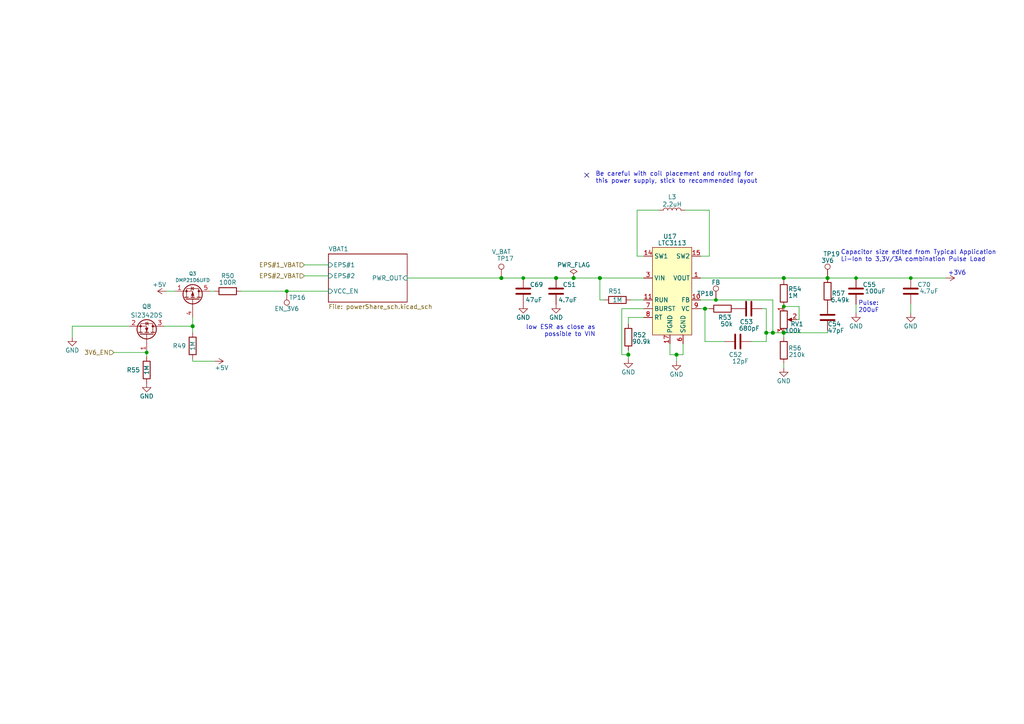
<source format=kicad_sch>
(kicad_sch (version 20211123) (generator eeschema)

  (uuid 93bc236d-3455-443f-8726-2037a6755e8b)

  (paper "A4")

  (lib_symbols
    (symbol "Connector:TestPoint" (pin_numbers hide) (pin_names (offset 0.762) hide) (in_bom yes) (on_board yes)
      (property "Reference" "TP" (id 0) (at 0 6.858 0)
        (effects (font (size 1.27 1.27)))
      )
      (property "Value" "TestPoint" (id 1) (at 0 5.08 0)
        (effects (font (size 1.27 1.27)))
      )
      (property "Footprint" "" (id 2) (at 5.08 0 0)
        (effects (font (size 1.27 1.27)) hide)
      )
      (property "Datasheet" "~" (id 3) (at 5.08 0 0)
        (effects (font (size 1.27 1.27)) hide)
      )
      (property "ki_keywords" "test point tp" (id 4) (at 0 0 0)
        (effects (font (size 1.27 1.27)) hide)
      )
      (property "ki_description" "test point" (id 5) (at 0 0 0)
        (effects (font (size 1.27 1.27)) hide)
      )
      (property "ki_fp_filters" "Pin* Test*" (id 6) (at 0 0 0)
        (effects (font (size 1.27 1.27)) hide)
      )
      (symbol "TestPoint_0_1"
        (circle (center 0 3.302) (radius 0.762)
          (stroke (width 0) (type default) (color 0 0 0 0))
          (fill (type none))
        )
      )
      (symbol "TestPoint_1_1"
        (pin passive line (at 0 0 90) (length 2.54)
          (name "1" (effects (font (size 1.27 1.27))))
          (number "1" (effects (font (size 1.27 1.27))))
        )
      )
    )
    (symbol "Device:C" (pin_numbers hide) (pin_names (offset 0.254)) (in_bom yes) (on_board yes)
      (property "Reference" "C" (id 0) (at 0.635 2.54 0)
        (effects (font (size 1.27 1.27)) (justify left))
      )
      (property "Value" "C" (id 1) (at 0.635 -2.54 0)
        (effects (font (size 1.27 1.27)) (justify left))
      )
      (property "Footprint" "" (id 2) (at 0.9652 -3.81 0)
        (effects (font (size 1.27 1.27)) hide)
      )
      (property "Datasheet" "~" (id 3) (at 0 0 0)
        (effects (font (size 1.27 1.27)) hide)
      )
      (property "ki_keywords" "cap capacitor" (id 4) (at 0 0 0)
        (effects (font (size 1.27 1.27)) hide)
      )
      (property "ki_description" "Unpolarized capacitor" (id 5) (at 0 0 0)
        (effects (font (size 1.27 1.27)) hide)
      )
      (property "ki_fp_filters" "C_*" (id 6) (at 0 0 0)
        (effects (font (size 1.27 1.27)) hide)
      )
      (symbol "C_0_1"
        (polyline
          (pts
            (xy -2.032 -0.762)
            (xy 2.032 -0.762)
          )
          (stroke (width 0.508) (type default) (color 0 0 0 0))
          (fill (type none))
        )
        (polyline
          (pts
            (xy -2.032 0.762)
            (xy 2.032 0.762)
          )
          (stroke (width 0.508) (type default) (color 0 0 0 0))
          (fill (type none))
        )
      )
      (symbol "C_1_1"
        (pin passive line (at 0 3.81 270) (length 2.794)
          (name "~" (effects (font (size 1.27 1.27))))
          (number "1" (effects (font (size 1.27 1.27))))
        )
        (pin passive line (at 0 -3.81 90) (length 2.794)
          (name "~" (effects (font (size 1.27 1.27))))
          (number "2" (effects (font (size 1.27 1.27))))
        )
      )
    )
    (symbol "Device:L" (pin_numbers hide) (pin_names (offset 1.016) hide) (in_bom yes) (on_board yes)
      (property "Reference" "L" (id 0) (at -1.27 0 90)
        (effects (font (size 1.27 1.27)))
      )
      (property "Value" "L" (id 1) (at 1.905 0 90)
        (effects (font (size 1.27 1.27)))
      )
      (property "Footprint" "" (id 2) (at 0 0 0)
        (effects (font (size 1.27 1.27)) hide)
      )
      (property "Datasheet" "~" (id 3) (at 0 0 0)
        (effects (font (size 1.27 1.27)) hide)
      )
      (property "ki_keywords" "inductor choke coil reactor magnetic" (id 4) (at 0 0 0)
        (effects (font (size 1.27 1.27)) hide)
      )
      (property "ki_description" "Inductor" (id 5) (at 0 0 0)
        (effects (font (size 1.27 1.27)) hide)
      )
      (property "ki_fp_filters" "Choke_* *Coil* Inductor_* L_*" (id 6) (at 0 0 0)
        (effects (font (size 1.27 1.27)) hide)
      )
      (symbol "L_0_1"
        (arc (start 0 -2.54) (mid 0.635 -1.905) (end 0 -1.27)
          (stroke (width 0) (type default) (color 0 0 0 0))
          (fill (type none))
        )
        (arc (start 0 -1.27) (mid 0.635 -0.635) (end 0 0)
          (stroke (width 0) (type default) (color 0 0 0 0))
          (fill (type none))
        )
        (arc (start 0 0) (mid 0.635 0.635) (end 0 1.27)
          (stroke (width 0) (type default) (color 0 0 0 0))
          (fill (type none))
        )
        (arc (start 0 1.27) (mid 0.635 1.905) (end 0 2.54)
          (stroke (width 0) (type default) (color 0 0 0 0))
          (fill (type none))
        )
      )
      (symbol "L_1_1"
        (pin passive line (at 0 3.81 270) (length 1.27)
          (name "1" (effects (font (size 1.27 1.27))))
          (number "1" (effects (font (size 1.27 1.27))))
        )
        (pin passive line (at 0 -3.81 90) (length 1.27)
          (name "2" (effects (font (size 1.27 1.27))))
          (number "2" (effects (font (size 1.27 1.27))))
        )
      )
    )
    (symbol "Device:Q_NMOS_GSD" (pin_names (offset 0) hide) (in_bom yes) (on_board yes)
      (property "Reference" "Q" (id 0) (at 5.08 1.27 0)
        (effects (font (size 1.27 1.27)) (justify left))
      )
      (property "Value" "Q_NMOS_GSD" (id 1) (at 5.08 -1.27 0)
        (effects (font (size 1.27 1.27)) (justify left))
      )
      (property "Footprint" "" (id 2) (at 5.08 2.54 0)
        (effects (font (size 1.27 1.27)) hide)
      )
      (property "Datasheet" "~" (id 3) (at 0 0 0)
        (effects (font (size 1.27 1.27)) hide)
      )
      (property "ki_keywords" "transistor NMOS N-MOS N-MOSFET" (id 4) (at 0 0 0)
        (effects (font (size 1.27 1.27)) hide)
      )
      (property "ki_description" "N-MOSFET transistor, gate/source/drain" (id 5) (at 0 0 0)
        (effects (font (size 1.27 1.27)) hide)
      )
      (symbol "Q_NMOS_GSD_0_1"
        (polyline
          (pts
            (xy 0.254 0)
            (xy -2.54 0)
          )
          (stroke (width 0) (type default) (color 0 0 0 0))
          (fill (type none))
        )
        (polyline
          (pts
            (xy 0.254 1.905)
            (xy 0.254 -1.905)
          )
          (stroke (width 0.254) (type default) (color 0 0 0 0))
          (fill (type none))
        )
        (polyline
          (pts
            (xy 0.762 -1.27)
            (xy 0.762 -2.286)
          )
          (stroke (width 0.254) (type default) (color 0 0 0 0))
          (fill (type none))
        )
        (polyline
          (pts
            (xy 0.762 0.508)
            (xy 0.762 -0.508)
          )
          (stroke (width 0.254) (type default) (color 0 0 0 0))
          (fill (type none))
        )
        (polyline
          (pts
            (xy 0.762 2.286)
            (xy 0.762 1.27)
          )
          (stroke (width 0.254) (type default) (color 0 0 0 0))
          (fill (type none))
        )
        (polyline
          (pts
            (xy 2.54 2.54)
            (xy 2.54 1.778)
          )
          (stroke (width 0) (type default) (color 0 0 0 0))
          (fill (type none))
        )
        (polyline
          (pts
            (xy 2.54 -2.54)
            (xy 2.54 0)
            (xy 0.762 0)
          )
          (stroke (width 0) (type default) (color 0 0 0 0))
          (fill (type none))
        )
        (polyline
          (pts
            (xy 0.762 -1.778)
            (xy 3.302 -1.778)
            (xy 3.302 1.778)
            (xy 0.762 1.778)
          )
          (stroke (width 0) (type default) (color 0 0 0 0))
          (fill (type none))
        )
        (polyline
          (pts
            (xy 1.016 0)
            (xy 2.032 0.381)
            (xy 2.032 -0.381)
            (xy 1.016 0)
          )
          (stroke (width 0) (type default) (color 0 0 0 0))
          (fill (type outline))
        )
        (polyline
          (pts
            (xy 2.794 0.508)
            (xy 2.921 0.381)
            (xy 3.683 0.381)
            (xy 3.81 0.254)
          )
          (stroke (width 0) (type default) (color 0 0 0 0))
          (fill (type none))
        )
        (polyline
          (pts
            (xy 3.302 0.381)
            (xy 2.921 -0.254)
            (xy 3.683 -0.254)
            (xy 3.302 0.381)
          )
          (stroke (width 0) (type default) (color 0 0 0 0))
          (fill (type none))
        )
        (circle (center 1.651 0) (radius 2.794)
          (stroke (width 0.254) (type default) (color 0 0 0 0))
          (fill (type none))
        )
        (circle (center 2.54 -1.778) (radius 0.254)
          (stroke (width 0) (type default) (color 0 0 0 0))
          (fill (type outline))
        )
        (circle (center 2.54 1.778) (radius 0.254)
          (stroke (width 0) (type default) (color 0 0 0 0))
          (fill (type outline))
        )
      )
      (symbol "Q_NMOS_GSD_1_1"
        (pin input line (at -5.08 0 0) (length 2.54)
          (name "G" (effects (font (size 1.27 1.27))))
          (number "1" (effects (font (size 1.27 1.27))))
        )
        (pin passive line (at 2.54 -5.08 90) (length 2.54)
          (name "S" (effects (font (size 1.27 1.27))))
          (number "2" (effects (font (size 1.27 1.27))))
        )
        (pin passive line (at 2.54 5.08 270) (length 2.54)
          (name "D" (effects (font (size 1.27 1.27))))
          (number "3" (effects (font (size 1.27 1.27))))
        )
      )
    )
    (symbol "Device:R" (pin_numbers hide) (pin_names (offset 0)) (in_bom yes) (on_board yes)
      (property "Reference" "R" (id 0) (at 2.032 0 90)
        (effects (font (size 1.27 1.27)))
      )
      (property "Value" "R" (id 1) (at 0 0 90)
        (effects (font (size 1.27 1.27)))
      )
      (property "Footprint" "" (id 2) (at -1.778 0 90)
        (effects (font (size 1.27 1.27)) hide)
      )
      (property "Datasheet" "~" (id 3) (at 0 0 0)
        (effects (font (size 1.27 1.27)) hide)
      )
      (property "ki_keywords" "R res resistor" (id 4) (at 0 0 0)
        (effects (font (size 1.27 1.27)) hide)
      )
      (property "ki_description" "Resistor" (id 5) (at 0 0 0)
        (effects (font (size 1.27 1.27)) hide)
      )
      (property "ki_fp_filters" "R_*" (id 6) (at 0 0 0)
        (effects (font (size 1.27 1.27)) hide)
      )
      (symbol "R_0_1"
        (rectangle (start -1.016 -2.54) (end 1.016 2.54)
          (stroke (width 0.254) (type default) (color 0 0 0 0))
          (fill (type none))
        )
      )
      (symbol "R_1_1"
        (pin passive line (at 0 3.81 270) (length 1.27)
          (name "~" (effects (font (size 1.27 1.27))))
          (number "1" (effects (font (size 1.27 1.27))))
        )
        (pin passive line (at 0 -3.81 90) (length 1.27)
          (name "~" (effects (font (size 1.27 1.27))))
          (number "2" (effects (font (size 1.27 1.27))))
        )
      )
    )
    (symbol "Device:R_Potentiometer" (pin_names (offset 1.016) hide) (in_bom yes) (on_board yes)
      (property "Reference" "RV" (id 0) (at -4.445 0 90)
        (effects (font (size 1.27 1.27)))
      )
      (property "Value" "R_Potentiometer" (id 1) (at -2.54 0 90)
        (effects (font (size 1.27 1.27)))
      )
      (property "Footprint" "" (id 2) (at 0 0 0)
        (effects (font (size 1.27 1.27)) hide)
      )
      (property "Datasheet" "~" (id 3) (at 0 0 0)
        (effects (font (size 1.27 1.27)) hide)
      )
      (property "ki_keywords" "resistor variable" (id 4) (at 0 0 0)
        (effects (font (size 1.27 1.27)) hide)
      )
      (property "ki_description" "Potentiometer" (id 5) (at 0 0 0)
        (effects (font (size 1.27 1.27)) hide)
      )
      (property "ki_fp_filters" "Potentiometer*" (id 6) (at 0 0 0)
        (effects (font (size 1.27 1.27)) hide)
      )
      (symbol "R_Potentiometer_0_1"
        (polyline
          (pts
            (xy 2.54 0)
            (xy 1.524 0)
          )
          (stroke (width 0) (type default) (color 0 0 0 0))
          (fill (type none))
        )
        (polyline
          (pts
            (xy 1.143 0)
            (xy 2.286 0.508)
            (xy 2.286 -0.508)
            (xy 1.143 0)
          )
          (stroke (width 0) (type default) (color 0 0 0 0))
          (fill (type outline))
        )
        (rectangle (start 1.016 2.54) (end -1.016 -2.54)
          (stroke (width 0.254) (type default) (color 0 0 0 0))
          (fill (type none))
        )
      )
      (symbol "R_Potentiometer_1_1"
        (pin passive line (at 0 3.81 270) (length 1.27)
          (name "1" (effects (font (size 1.27 1.27))))
          (number "1" (effects (font (size 1.27 1.27))))
        )
        (pin passive line (at 3.81 0 180) (length 1.27)
          (name "2" (effects (font (size 1.27 1.27))))
          (number "2" (effects (font (size 1.27 1.27))))
        )
        (pin passive line (at 0 -3.81 90) (length 1.27)
          (name "3" (effects (font (size 1.27 1.27))))
          (number "3" (effects (font (size 1.27 1.27))))
        )
      )
    )
    (symbol "Transistor_FET:SiS443DN" (pin_names hide) (in_bom yes) (on_board yes)
      (property "Reference" "Q" (id 0) (at 5.08 1.905 0)
        (effects (font (size 1.27 1.27)) (justify left))
      )
      (property "Value" "SiS443DN" (id 1) (at 5.08 0 0)
        (effects (font (size 1.27 1.27)) (justify left))
      )
      (property "Footprint" "Package_SO:Vishay_PowerPAK_1212-8_Single" (id 2) (at 5.08 -1.905 0)
        (effects (font (size 1.27 1.27) italic) (justify left) hide)
      )
      (property "Datasheet" "https://www.vishay.com/docs/63253/sis443dn.pdf" (id 3) (at 0 0 90)
        (effects (font (size 1.27 1.27)) (justify left) hide)
      )
      (property "ki_keywords" "P-Channel MOSFET" (id 4) (at 0 0 0)
        (effects (font (size 1.27 1.27)) hide)
      )
      (property "ki_description" "-35A Id, -40V Vds, P-Channel MOSFET, PowerPAK 1212-8 Single" (id 5) (at 0 0 0)
        (effects (font (size 1.27 1.27)) hide)
      )
      (property "ki_fp_filters" "Vishay*PowerPAK*1212*Single*" (id 6) (at 0 0 0)
        (effects (font (size 1.27 1.27)) hide)
      )
      (symbol "SiS443DN_0_1"
        (polyline
          (pts
            (xy 0.254 0)
            (xy -2.54 0)
          )
          (stroke (width 0) (type default) (color 0 0 0 0))
          (fill (type none))
        )
        (polyline
          (pts
            (xy 0.254 1.905)
            (xy 0.254 -1.905)
          )
          (stroke (width 0.254) (type default) (color 0 0 0 0))
          (fill (type none))
        )
        (polyline
          (pts
            (xy 0.762 -1.27)
            (xy 0.762 -2.286)
          )
          (stroke (width 0.254) (type default) (color 0 0 0 0))
          (fill (type none))
        )
        (polyline
          (pts
            (xy 0.762 0.508)
            (xy 0.762 -0.508)
          )
          (stroke (width 0.254) (type default) (color 0 0 0 0))
          (fill (type none))
        )
        (polyline
          (pts
            (xy 0.762 2.286)
            (xy 0.762 1.27)
          )
          (stroke (width 0.254) (type default) (color 0 0 0 0))
          (fill (type none))
        )
        (polyline
          (pts
            (xy 2.54 2.54)
            (xy 2.54 1.778)
          )
          (stroke (width 0) (type default) (color 0 0 0 0))
          (fill (type none))
        )
        (polyline
          (pts
            (xy 2.54 -2.54)
            (xy 2.54 0)
            (xy 0.762 0)
          )
          (stroke (width 0) (type default) (color 0 0 0 0))
          (fill (type none))
        )
        (polyline
          (pts
            (xy 0.762 1.778)
            (xy 3.302 1.778)
            (xy 3.302 -1.778)
            (xy 0.762 -1.778)
          )
          (stroke (width 0) (type default) (color 0 0 0 0))
          (fill (type none))
        )
        (polyline
          (pts
            (xy 2.286 0)
            (xy 1.27 0.381)
            (xy 1.27 -0.381)
            (xy 2.286 0)
          )
          (stroke (width 0) (type default) (color 0 0 0 0))
          (fill (type outline))
        )
        (polyline
          (pts
            (xy 2.794 -0.508)
            (xy 2.921 -0.381)
            (xy 3.683 -0.381)
            (xy 3.81 -0.254)
          )
          (stroke (width 0) (type default) (color 0 0 0 0))
          (fill (type none))
        )
        (polyline
          (pts
            (xy 3.302 -0.381)
            (xy 2.921 0.254)
            (xy 3.683 0.254)
            (xy 3.302 -0.381)
          )
          (stroke (width 0) (type default) (color 0 0 0 0))
          (fill (type none))
        )
        (circle (center 1.651 0) (radius 2.794)
          (stroke (width 0.254) (type default) (color 0 0 0 0))
          (fill (type none))
        )
        (circle (center 2.54 -1.778) (radius 0.254)
          (stroke (width 0) (type default) (color 0 0 0 0))
          (fill (type outline))
        )
        (circle (center 2.54 1.778) (radius 0.254)
          (stroke (width 0) (type default) (color 0 0 0 0))
          (fill (type outline))
        )
      )
      (symbol "SiS443DN_1_1"
        (pin passive line (at 2.54 -5.08 90) (length 2.54)
          (name "S" (effects (font (size 1.27 1.27))))
          (number "1" (effects (font (size 1.27 1.27))))
        )
        (pin passive line (at 2.54 -5.08 90) (length 2.54) hide
          (name "S" (effects (font (size 1.27 1.27))))
          (number "2" (effects (font (size 1.27 1.27))))
        )
        (pin passive line (at 2.54 -5.08 90) (length 2.54) hide
          (name "S" (effects (font (size 1.27 1.27))))
          (number "3" (effects (font (size 1.27 1.27))))
        )
        (pin passive line (at -5.08 0 0) (length 2.54)
          (name "G" (effects (font (size 1.27 1.27))))
          (number "4" (effects (font (size 1.27 1.27))))
        )
        (pin passive line (at 2.54 5.08 270) (length 2.54)
          (name "D" (effects (font (size 1.27 1.27))))
          (number "5" (effects (font (size 1.27 1.27))))
        )
      )
    )
    (symbol "comm:LTC3113" (in_bom yes) (on_board yes)
      (property "Reference" "U" (id 0) (at 0 17.78 0)
        (effects (font (size 1.27 1.27)))
      )
      (property "Value" "LTC3113" (id 1) (at 0 15.24 0)
        (effects (font (size 1.27 1.27)))
      )
      (property "Footprint" "Package_DFN_QFN:DFN-16-1EP_4x5mm_P0.5mm_EP2.44x4.34mm" (id 2) (at 0 13.97 0)
        (effects (font (size 1.27 1.27)) hide)
      )
      (property "Datasheet" "" (id 3) (at 0 13.97 0)
        (effects (font (size 1.27 1.27)) hide)
      )
      (symbol "LTC3113_0_1"
        (rectangle (start -5.08 11.43) (end 6.35 -13.97)
          (stroke (width 0.1524) (type default) (color 0 0 0 0))
          (fill (type background))
        )
      )
      (symbol "LTC3113_1_1"
        (pin power_out line (at 8.89 2.54 180) (length 2.54)
          (name "VOUT" (effects (font (size 1.27 1.27))))
          (number "1" (effects (font (size 1.27 1.27))))
        )
        (pin input line (at 8.89 -3.81 180) (length 2.54)
          (name "FB" (effects (font (size 1.27 1.27))))
          (number "10" (effects (font (size 1.27 1.27))))
        )
        (pin input line (at -7.62 -3.81 0) (length 2.54)
          (name "RUN" (effects (font (size 1.27 1.27))))
          (number "11" (effects (font (size 1.27 1.27))))
        )
        (pin input line (at -7.62 8.89 0) (length 2.54) hide
          (name "SW1" (effects (font (size 1.27 1.27))))
          (number "12" (effects (font (size 1.27 1.27))))
        )
        (pin input line (at -7.62 8.89 0) (length 2.54) hide
          (name "SW1" (effects (font (size 1.27 1.27))))
          (number "13" (effects (font (size 1.27 1.27))))
        )
        (pin input line (at -7.62 8.89 0) (length 2.54)
          (name "SW1" (effects (font (size 1.27 1.27))))
          (number "14" (effects (font (size 1.27 1.27))))
        )
        (pin input line (at 8.89 8.89 180) (length 2.54)
          (name "SW2" (effects (font (size 1.27 1.27))))
          (number "15" (effects (font (size 1.27 1.27))))
        )
        (pin input line (at 8.89 8.89 180) (length 2.54) hide
          (name "SW2" (effects (font (size 1.27 1.27))))
          (number "16" (effects (font (size 1.27 1.27))))
        )
        (pin power_in line (at 0 -16.51 90) (length 2.54)
          (name "PGND" (effects (font (size 1.27 1.27))))
          (number "17" (effects (font (size 1.27 1.27))))
        )
        (pin passive line (at 8.89 2.54 180) (length 2.54) hide
          (name "VOUT" (effects (font (size 1.27 1.27))))
          (number "2" (effects (font (size 1.27 1.27))))
        )
        (pin power_in line (at -7.62 2.54 0) (length 2.54)
          (name "VIN" (effects (font (size 1.27 1.27))))
          (number "3" (effects (font (size 1.27 1.27))))
        )
        (pin power_in line (at -7.62 2.54 0) (length 2.54) hide
          (name "VIN" (effects (font (size 1.27 1.27))))
          (number "4" (effects (font (size 1.27 1.27))))
        )
        (pin power_in line (at -7.62 2.54 0) (length 2.54) hide
          (name "VIN" (effects (font (size 1.27 1.27))))
          (number "5" (effects (font (size 1.27 1.27))))
        )
        (pin power_in line (at 3.81 -16.51 90) (length 2.54)
          (name "SGND" (effects (font (size 1.27 1.27))))
          (number "6" (effects (font (size 1.27 1.27))))
        )
        (pin input line (at -7.62 -6.35 0) (length 2.54)
          (name "BURST" (effects (font (size 1.27 1.27))))
          (number "7" (effects (font (size 1.27 1.27))))
        )
        (pin input line (at -7.62 -8.89 0) (length 2.54)
          (name "RT" (effects (font (size 1.27 1.27))))
          (number "8" (effects (font (size 1.27 1.27))))
        )
        (pin input line (at 8.89 -6.35 180) (length 2.54)
          (name "VC" (effects (font (size 1.27 1.27))))
          (number "9" (effects (font (size 1.27 1.27))))
        )
      )
    )
    (symbol "power:+3V8" (power) (pin_names (offset 0)) (in_bom yes) (on_board yes)
      (property "Reference" "#PWR" (id 0) (at 0 -3.81 0)
        (effects (font (size 1.27 1.27)) hide)
      )
      (property "Value" "+3V8" (id 1) (at 0 3.556 0)
        (effects (font (size 1.27 1.27)))
      )
      (property "Footprint" "" (id 2) (at 0 0 0)
        (effects (font (size 1.27 1.27)) hide)
      )
      (property "Datasheet" "" (id 3) (at 0 0 0)
        (effects (font (size 1.27 1.27)) hide)
      )
      (property "ki_keywords" "power-flag" (id 4) (at 0 0 0)
        (effects (font (size 1.27 1.27)) hide)
      )
      (property "ki_description" "Power symbol creates a global label with name \"+3V8\"" (id 5) (at 0 0 0)
        (effects (font (size 1.27 1.27)) hide)
      )
      (symbol "+3V8_0_1"
        (polyline
          (pts
            (xy -0.762 1.27)
            (xy 0 2.54)
          )
          (stroke (width 0) (type default) (color 0 0 0 0))
          (fill (type none))
        )
        (polyline
          (pts
            (xy 0 0)
            (xy 0 2.54)
          )
          (stroke (width 0) (type default) (color 0 0 0 0))
          (fill (type none))
        )
        (polyline
          (pts
            (xy 0 2.54)
            (xy 0.762 1.27)
          )
          (stroke (width 0) (type default) (color 0 0 0 0))
          (fill (type none))
        )
      )
      (symbol "+3V8_1_1"
        (pin power_in line (at 0 0 90) (length 0) hide
          (name "+3V8" (effects (font (size 1.27 1.27))))
          (number "1" (effects (font (size 1.27 1.27))))
        )
      )
    )
    (symbol "power:+5V" (power) (pin_names (offset 0)) (in_bom yes) (on_board yes)
      (property "Reference" "#PWR" (id 0) (at 0 -3.81 0)
        (effects (font (size 1.27 1.27)) hide)
      )
      (property "Value" "+5V" (id 1) (at 0 3.556 0)
        (effects (font (size 1.27 1.27)))
      )
      (property "Footprint" "" (id 2) (at 0 0 0)
        (effects (font (size 1.27 1.27)) hide)
      )
      (property "Datasheet" "" (id 3) (at 0 0 0)
        (effects (font (size 1.27 1.27)) hide)
      )
      (property "ki_keywords" "power-flag" (id 4) (at 0 0 0)
        (effects (font (size 1.27 1.27)) hide)
      )
      (property "ki_description" "Power symbol creates a global label with name \"+5V\"" (id 5) (at 0 0 0)
        (effects (font (size 1.27 1.27)) hide)
      )
      (symbol "+5V_0_1"
        (polyline
          (pts
            (xy -0.762 1.27)
            (xy 0 2.54)
          )
          (stroke (width 0) (type default) (color 0 0 0 0))
          (fill (type none))
        )
        (polyline
          (pts
            (xy 0 0)
            (xy 0 2.54)
          )
          (stroke (width 0) (type default) (color 0 0 0 0))
          (fill (type none))
        )
        (polyline
          (pts
            (xy 0 2.54)
            (xy 0.762 1.27)
          )
          (stroke (width 0) (type default) (color 0 0 0 0))
          (fill (type none))
        )
      )
      (symbol "+5V_1_1"
        (pin power_in line (at 0 0 90) (length 0) hide
          (name "+5V" (effects (font (size 1.27 1.27))))
          (number "1" (effects (font (size 1.27 1.27))))
        )
      )
    )
    (symbol "power:GND" (power) (pin_names (offset 0)) (in_bom yes) (on_board yes)
      (property "Reference" "#PWR" (id 0) (at 0 -6.35 0)
        (effects (font (size 1.27 1.27)) hide)
      )
      (property "Value" "GND" (id 1) (at 0 -3.81 0)
        (effects (font (size 1.27 1.27)))
      )
      (property "Footprint" "" (id 2) (at 0 0 0)
        (effects (font (size 1.27 1.27)) hide)
      )
      (property "Datasheet" "" (id 3) (at 0 0 0)
        (effects (font (size 1.27 1.27)) hide)
      )
      (property "ki_keywords" "power-flag" (id 4) (at 0 0 0)
        (effects (font (size 1.27 1.27)) hide)
      )
      (property "ki_description" "Power symbol creates a global label with name \"GND\" , ground" (id 5) (at 0 0 0)
        (effects (font (size 1.27 1.27)) hide)
      )
      (symbol "GND_0_1"
        (polyline
          (pts
            (xy 0 0)
            (xy 0 -1.27)
            (xy 1.27 -1.27)
            (xy 0 -2.54)
            (xy -1.27 -1.27)
            (xy 0 -1.27)
          )
          (stroke (width 0) (type default) (color 0 0 0 0))
          (fill (type none))
        )
      )
      (symbol "GND_1_1"
        (pin power_in line (at 0 0 270) (length 0) hide
          (name "GND" (effects (font (size 1.27 1.27))))
          (number "1" (effects (font (size 1.27 1.27))))
        )
      )
    )
    (symbol "power:PWR_FLAG" (power) (pin_numbers hide) (pin_names (offset 0) hide) (in_bom yes) (on_board yes)
      (property "Reference" "#FLG" (id 0) (at 0 1.905 0)
        (effects (font (size 1.27 1.27)) hide)
      )
      (property "Value" "PWR_FLAG" (id 1) (at 0 3.81 0)
        (effects (font (size 1.27 1.27)))
      )
      (property "Footprint" "" (id 2) (at 0 0 0)
        (effects (font (size 1.27 1.27)) hide)
      )
      (property "Datasheet" "~" (id 3) (at 0 0 0)
        (effects (font (size 1.27 1.27)) hide)
      )
      (property "ki_keywords" "power-flag" (id 4) (at 0 0 0)
        (effects (font (size 1.27 1.27)) hide)
      )
      (property "ki_description" "Special symbol for telling ERC where power comes from" (id 5) (at 0 0 0)
        (effects (font (size 1.27 1.27)) hide)
      )
      (symbol "PWR_FLAG_0_0"
        (pin power_out line (at 0 0 90) (length 0)
          (name "pwr" (effects (font (size 1.27 1.27))))
          (number "1" (effects (font (size 1.27 1.27))))
        )
      )
      (symbol "PWR_FLAG_0_1"
        (polyline
          (pts
            (xy 0 0)
            (xy 0 1.27)
            (xy -1.016 1.905)
            (xy 0 2.54)
            (xy 1.016 1.905)
            (xy 0 1.27)
          )
          (stroke (width 0) (type default) (color 0 0 0 0))
          (fill (type none))
        )
      )
    )
  )

  (junction (at 224.155 96.52) (diameter 1.016) (color 0 0 0 0)
    (uuid 10466cba-b45a-4266-a3b7-e58a54c85068)
  )
  (junction (at 166.37 80.645) (diameter 1.016) (color 0 0 0 0)
    (uuid 223b1bf5-aeb0-4409-ae26-7a05947090b1)
  )
  (junction (at 173.99 80.645) (diameter 1.016) (color 0 0 0 0)
    (uuid 2bd8e8f1-1a24-4dbc-9d3e-02ec45243012)
  )
  (junction (at 196.215 102.87) (diameter 1.016) (color 0 0 0 0)
    (uuid 3230db71-e343-4ca7-bfe8-9565703f0c4c)
  )
  (junction (at 204.47 89.535) (diameter 1.016) (color 0 0 0 0)
    (uuid 3eade326-98e9-4f73-9969-c3de1dd20284)
  )
  (junction (at 248.285 80.645) (diameter 0) (color 0 0 0 0)
    (uuid 431ad2b3-efb1-4bca-b248-56233d6f0de9)
  )
  (junction (at 145.415 80.645) (diameter 1.016) (color 0 0 0 0)
    (uuid 47033c75-f09c-4ea5-aeb3-c219d9891cc7)
  )
  (junction (at 161.29 80.645) (diameter 1.016) (color 0 0 0 0)
    (uuid 5d65aa66-ef4c-4c39-9d61-47de6dffabb0)
  )
  (junction (at 240.03 80.645) (diameter 1.016) (color 0 0 0 0)
    (uuid 608b1311-8621-40a7-be19-36f27fed020a)
  )
  (junction (at 42.545 102.235) (diameter 0) (color 0 0 0 0)
    (uuid 78d6d6b1-4b1c-4224-8b6e-b250e7dfd82a)
  )
  (junction (at 182.245 102.87) (diameter 1.016) (color 0 0 0 0)
    (uuid 81fa679c-a92a-4d03-8dba-7b7ddbe3b862)
  )
  (junction (at 83.185 84.455) (diameter 0) (color 0 0 0 0)
    (uuid 963db081-7044-4f92-a766-1f2daf76bf28)
  )
  (junction (at 207.645 86.995) (diameter 0) (color 0 0 0 0)
    (uuid acc30a2b-a69f-472c-9bf1-45108a7cda82)
  )
  (junction (at 264.16 80.645) (diameter 0) (color 0 0 0 0)
    (uuid b7717332-b1c7-4df4-994d-12b5a97ae610)
  )
  (junction (at 151.765 80.645) (diameter 0) (color 0 0 0 0)
    (uuid b8036693-9b75-4c52-aa98-16d89db15333)
  )
  (junction (at 222.25 96.52) (diameter 1.016) (color 0 0 0 0)
    (uuid c424557c-de60-43fc-9d3b-22dc03bfab6a)
  )
  (junction (at 227.33 96.52) (diameter 1.016) (color 0 0 0 0)
    (uuid c9fd8097-4fd2-4bf4-ae2b-c6dd4fdd0ad6)
  )
  (junction (at 55.88 94.615) (diameter 1.016) (color 0 0 0 0)
    (uuid d10ed321-fe4a-4b2e-8c4a-eae42c56c9ad)
  )
  (junction (at 227.33 80.645) (diameter 1.016) (color 0 0 0 0)
    (uuid e85479a1-246b-4094-ab2f-e2441217b8b6)
  )
  (junction (at 227.33 88.9) (diameter 0) (color 0 0 0 0)
    (uuid ee58b9e2-2293-4041-98ac-b810e072ff5d)
  )

  (no_connect (at 170.18 50.8) (uuid 82e5ea2d-acde-40d4-b80d-7e85e848f6e3))

  (wire (pts (xy 196.215 102.87) (xy 198.12 102.87))
    (stroke (width 0) (type solid) (color 0 0 0 0))
    (uuid 049ea278-d5c7-4e32-916b-093e4d58b878)
  )
  (wire (pts (xy 151.765 80.645) (xy 161.29 80.645))
    (stroke (width 0) (type solid) (color 0 0 0 0))
    (uuid 051fd92f-656c-4fa2-bc3b-1cd60b9824cc)
  )
  (wire (pts (xy 95.25 76.835) (xy 88.265 76.835))
    (stroke (width 0) (type solid) (color 0 0 0 0))
    (uuid 0cceca1d-8f92-4069-96bd-f4c6a84bcb3f)
  )
  (wire (pts (xy 264.16 80.645) (xy 274.32 80.645))
    (stroke (width 0) (type solid) (color 0 0 0 0))
    (uuid 10e75c61-e6d6-4463-8646-4e1ad65c1446)
  )
  (wire (pts (xy 227.33 96.52) (xy 227.33 97.79))
    (stroke (width 0) (type solid) (color 0 0 0 0))
    (uuid 17506401-c505-4b8a-8c02-9c0a9283390f)
  )
  (wire (pts (xy 203.2 89.535) (xy 204.47 89.535))
    (stroke (width 0) (type solid) (color 0 0 0 0))
    (uuid 1879e5ff-bbb2-48ee-9149-b6be2b6c0c85)
  )
  (wire (pts (xy 182.245 102.87) (xy 182.245 104.14))
    (stroke (width 0) (type solid) (color 0 0 0 0))
    (uuid 19d12a1e-1a98-4e63-9f10-bf330392bc16)
  )
  (wire (pts (xy 20.955 94.615) (xy 37.465 94.615))
    (stroke (width 0) (type default) (color 0 0 0 0))
    (uuid 1bf87831-89da-475c-a590-049ba4ecb5a8)
  )
  (wire (pts (xy 227.33 96.52) (xy 240.03 96.52))
    (stroke (width 0) (type solid) (color 0 0 0 0))
    (uuid 1f07c9e6-a716-4ecb-9330-f0a8ddd49180)
  )
  (wire (pts (xy 161.29 80.645) (xy 166.37 80.645))
    (stroke (width 0) (type solid) (color 0 0 0 0))
    (uuid 261ceb10-a1c0-41ec-8894-558a20ffb8c1)
  )
  (wire (pts (xy 42.545 102.235) (xy 42.545 103.505))
    (stroke (width 0) (type default) (color 0 0 0 0))
    (uuid 27cb4c6f-713c-48a9-83f4-d8a119765c96)
  )
  (wire (pts (xy 207.645 86.995) (xy 224.155 86.995))
    (stroke (width 0) (type solid) (color 0 0 0 0))
    (uuid 29d4a5ba-e8d6-4e1b-9390-901b6f64301c)
  )
  (wire (pts (xy 186.69 89.535) (xy 180.34 89.535))
    (stroke (width 0) (type solid) (color 0 0 0 0))
    (uuid 321607d5-b090-4bc8-992a-daec1a7f8c2b)
  )
  (wire (pts (xy 88.265 80.01) (xy 95.25 80.01))
    (stroke (width 0) (type solid) (color 0 0 0 0))
    (uuid 360966c0-f32c-4c6f-94af-b320c03fc2d4)
  )
  (wire (pts (xy 198.12 99.695) (xy 198.12 102.87))
    (stroke (width 0) (type solid) (color 0 0 0 0))
    (uuid 3d4f22c4-470e-4541-bfff-737bb016921f)
  )
  (wire (pts (xy 182.88 86.995) (xy 186.69 86.995))
    (stroke (width 0) (type solid) (color 0 0 0 0))
    (uuid 412eb61d-0d49-4d84-9f20-a88eb8f1ddb1)
  )
  (wire (pts (xy 222.25 96.52) (xy 224.155 96.52))
    (stroke (width 0) (type solid) (color 0 0 0 0))
    (uuid 4a39c9a4-e72c-44f7-9917-b0725be10659)
  )
  (wire (pts (xy 210.185 99.06) (xy 204.47 99.06))
    (stroke (width 0) (type solid) (color 0 0 0 0))
    (uuid 5462e273-4610-4de9-bc3b-fa2760ac4fe7)
  )
  (wire (pts (xy 264.16 88.265) (xy 264.16 90.805))
    (stroke (width 0) (type solid) (color 0 0 0 0))
    (uuid 5b86764d-181c-4fbb-9e22-1705efe5ae7b)
  )
  (wire (pts (xy 55.88 104.775) (xy 62.23 104.775))
    (stroke (width 0) (type default) (color 0 0 0 0))
    (uuid 5e5780a7-c9ae-4fdb-a412-bc2b0241c14d)
  )
  (wire (pts (xy 203.2 74.295) (xy 205.74 74.295))
    (stroke (width 0) (type solid) (color 0 0 0 0))
    (uuid 6082495c-64e5-4c52-ba04-b3834667a4e9)
  )
  (wire (pts (xy 50.8 84.455) (xy 48.26 84.455))
    (stroke (width 0) (type solid) (color 0 0 0 0))
    (uuid 60848de1-69c0-4161-83fc-4aeb21d0d129)
  )
  (wire (pts (xy 47.625 94.615) (xy 55.88 94.615))
    (stroke (width 0) (type solid) (color 0 0 0 0))
    (uuid 611ff46a-b112-4aa3-8e27-d53494f808b1)
  )
  (wire (pts (xy 224.155 96.52) (xy 227.33 96.52))
    (stroke (width 0) (type solid) (color 0 0 0 0))
    (uuid 612c567d-8f57-44da-91fa-f51e41f01983)
  )
  (wire (pts (xy 205.74 60.96) (xy 198.755 60.96))
    (stroke (width 0) (type solid) (color 0 0 0 0))
    (uuid 6219dc51-ab9e-4a9f-acd6-d2d06cfdf3d5)
  )
  (wire (pts (xy 204.47 89.535) (xy 205.74 89.535))
    (stroke (width 0) (type solid) (color 0 0 0 0))
    (uuid 63d92c6a-d643-489a-b610-46877a1df092)
  )
  (wire (pts (xy 204.47 89.535) (xy 204.47 99.06))
    (stroke (width 0) (type solid) (color 0 0 0 0))
    (uuid 64851761-36dd-45cf-82a8-11f68125ab59)
  )
  (wire (pts (xy 231.775 92.71) (xy 231.775 88.9))
    (stroke (width 0) (type default) (color 0 0 0 0))
    (uuid 6ac946e7-b92f-4da2-acc4-fd3c339c4891)
  )
  (wire (pts (xy 62.23 84.455) (xy 60.96 84.455))
    (stroke (width 0) (type solid) (color 0 0 0 0))
    (uuid 71fbfe10-f0d9-4ae5-bb3d-801d074db196)
  )
  (wire (pts (xy 55.88 104.14) (xy 55.88 104.775))
    (stroke (width 0) (type default) (color 0 0 0 0))
    (uuid 76c99d89-cde7-425f-acd7-084d6bb080a3)
  )
  (wire (pts (xy 182.245 93.98) (xy 182.245 92.075))
    (stroke (width 0) (type solid) (color 0 0 0 0))
    (uuid 7f50fdac-0d80-4715-8667-dc57a0ec19d4)
  )
  (wire (pts (xy 182.245 101.6) (xy 182.245 102.87))
    (stroke (width 0) (type solid) (color 0 0 0 0))
    (uuid 81831b8a-5454-47d8-a047-e60a79872195)
  )
  (wire (pts (xy 227.33 80.645) (xy 227.33 81.28))
    (stroke (width 0) (type solid) (color 0 0 0 0))
    (uuid 8c60b43a-9084-41a3-8680-dc43d33c20b4)
  )
  (wire (pts (xy 180.34 89.535) (xy 180.34 102.87))
    (stroke (width 0) (type solid) (color 0 0 0 0))
    (uuid 90a60d6e-efdd-4b21-a7bd-6e454a96062a)
  )
  (wire (pts (xy 33.02 102.235) (xy 42.545 102.235))
    (stroke (width 0) (type default) (color 0 0 0 0))
    (uuid 94804785-9b99-41f6-9cd3-b799ac9befb0)
  )
  (wire (pts (xy 205.74 60.96) (xy 205.74 74.295))
    (stroke (width 0) (type solid) (color 0 0 0 0))
    (uuid 95475eda-4b01-4b5b-bb59-e47c2002372f)
  )
  (wire (pts (xy 173.99 80.645) (xy 186.69 80.645))
    (stroke (width 0) (type solid) (color 0 0 0 0))
    (uuid 997b3398-f886-40f4-a451-ee5852abda52)
  )
  (wire (pts (xy 240.03 96.52) (xy 240.03 95.885))
    (stroke (width 0) (type solid) (color 0 0 0 0))
    (uuid 9b74c266-6cc9-49fd-b629-2a76c0e78f43)
  )
  (wire (pts (xy 194.31 102.87) (xy 196.215 102.87))
    (stroke (width 0) (type solid) (color 0 0 0 0))
    (uuid 9b895b0b-60ec-4a22-8dba-3efd8a7857fb)
  )
  (wire (pts (xy 175.26 86.995) (xy 173.99 86.995))
    (stroke (width 0) (type solid) (color 0 0 0 0))
    (uuid 9efc73c0-34c9-4aed-b429-650b825e584b)
  )
  (wire (pts (xy 184.785 60.96) (xy 184.785 74.295))
    (stroke (width 0) (type solid) (color 0 0 0 0))
    (uuid a7c9a12c-2a91-4e13-97b5-b910bc8454b4)
  )
  (wire (pts (xy 231.14 92.71) (xy 231.775 92.71))
    (stroke (width 0) (type default) (color 0 0 0 0))
    (uuid b0c48fa2-a6ca-4250-b8ac-f3144e428545)
  )
  (wire (pts (xy 182.245 92.075) (xy 186.69 92.075))
    (stroke (width 0) (type solid) (color 0 0 0 0))
    (uuid b1e97b70-6241-4b20-bb40-6c175be07d40)
  )
  (wire (pts (xy 118.11 80.645) (xy 145.415 80.645))
    (stroke (width 0) (type solid) (color 0 0 0 0))
    (uuid b2742f2a-3867-4be4-a359-fdc03dada4ad)
  )
  (wire (pts (xy 145.415 80.645) (xy 151.765 80.645))
    (stroke (width 0) (type solid) (color 0 0 0 0))
    (uuid b2742f2a-3867-4be4-a359-fdc03dada4ae)
  )
  (wire (pts (xy 69.85 84.455) (xy 83.185 84.455))
    (stroke (width 0) (type solid) (color 0 0 0 0))
    (uuid b6a3e3d7-bc8f-488e-8493-f1a588592b83)
  )
  (wire (pts (xy 203.2 86.995) (xy 207.645 86.995))
    (stroke (width 0) (type solid) (color 0 0 0 0))
    (uuid b8217ba2-4bd0-498e-b843-14ef4ecceda5)
  )
  (wire (pts (xy 180.34 102.87) (xy 182.245 102.87))
    (stroke (width 0) (type solid) (color 0 0 0 0))
    (uuid ba3c010b-16f2-45af-b2b1-ac489a2ff3ef)
  )
  (wire (pts (xy 227.33 105.41) (xy 227.33 106.68))
    (stroke (width 0) (type solid) (color 0 0 0 0))
    (uuid bd0b79be-639a-4ad6-a2f3-2437234f84fc)
  )
  (wire (pts (xy 55.88 94.615) (xy 55.88 96.52))
    (stroke (width 0) (type solid) (color 0 0 0 0))
    (uuid bf309b41-700b-4cf2-9b8d-0d85c6117e1f)
  )
  (wire (pts (xy 194.31 99.695) (xy 194.31 102.87))
    (stroke (width 0) (type solid) (color 0 0 0 0))
    (uuid c38b5d77-12ea-4dd3-a7ce-532ef972a55d)
  )
  (wire (pts (xy 227.33 88.9) (xy 231.775 88.9))
    (stroke (width 0) (type default) (color 0 0 0 0))
    (uuid c488471f-7dcf-49ec-83fd-f782ebf4dab9)
  )
  (wire (pts (xy 222.25 89.535) (xy 222.25 96.52))
    (stroke (width 0) (type solid) (color 0 0 0 0))
    (uuid c5dc042e-4cdc-45d1-934d-e10a7935a146)
  )
  (wire (pts (xy 224.155 86.995) (xy 224.155 96.52))
    (stroke (width 0) (type solid) (color 0 0 0 0))
    (uuid c74bcb29-c9d9-4b5e-92e3-c2c531c69999)
  )
  (wire (pts (xy 166.37 80.645) (xy 173.99 80.645))
    (stroke (width 0) (type solid) (color 0 0 0 0))
    (uuid c7625d30-f230-426f-93bf-81ce31181ec4)
  )
  (wire (pts (xy 83.185 84.455) (xy 95.25 84.455))
    (stroke (width 0) (type solid) (color 0 0 0 0))
    (uuid c9f2d6de-b63c-40ac-8f21-2db700cb8ad6)
  )
  (wire (pts (xy 186.69 74.295) (xy 184.785 74.295))
    (stroke (width 0) (type solid) (color 0 0 0 0))
    (uuid d288116c-547f-4a32-b3d8-19b7fd73373c)
  )
  (wire (pts (xy 248.285 88.265) (xy 248.285 90.805))
    (stroke (width 0) (type solid) (color 0 0 0 0))
    (uuid d5abcbc9-3649-4db1-a5c3-6acba25ce183)
  )
  (wire (pts (xy 203.2 80.645) (xy 227.33 80.645))
    (stroke (width 0) (type solid) (color 0 0 0 0))
    (uuid d912ce47-8d07-4b9f-8ac9-355eb78207fb)
  )
  (wire (pts (xy 222.25 96.52) (xy 222.25 99.06))
    (stroke (width 0) (type solid) (color 0 0 0 0))
    (uuid de6087b2-e236-4764-bbd3-27ef6c3e7ed9)
  )
  (wire (pts (xy 227.33 80.645) (xy 240.03 80.645))
    (stroke (width 0) (type solid) (color 0 0 0 0))
    (uuid def32d6e-19da-4774-8783-c8db343f821c)
  )
  (wire (pts (xy 240.03 80.645) (xy 248.285 80.645))
    (stroke (width 0) (type solid) (color 0 0 0 0))
    (uuid def32d6e-19da-4774-8783-c8db343f821d)
  )
  (wire (pts (xy 55.88 92.075) (xy 55.88 94.615))
    (stroke (width 0) (type solid) (color 0 0 0 0))
    (uuid dfa996f8-aac8-483b-b844-24939524abbd)
  )
  (wire (pts (xy 20.955 97.79) (xy 20.955 94.615))
    (stroke (width 0) (type default) (color 0 0 0 0))
    (uuid e0d16a65-1891-42c4-99bf-b67fad346acb)
  )
  (wire (pts (xy 196.215 102.87) (xy 196.215 104.775))
    (stroke (width 0) (type solid) (color 0 0 0 0))
    (uuid e35d64a4-6669-471d-af6b-94bb2a366887)
  )
  (wire (pts (xy 184.785 60.96) (xy 191.135 60.96))
    (stroke (width 0) (type solid) (color 0 0 0 0))
    (uuid e68831d5-f82f-4a67-a937-551a87bd7def)
  )
  (wire (pts (xy 220.98 89.535) (xy 222.25 89.535))
    (stroke (width 0) (type solid) (color 0 0 0 0))
    (uuid ea9c0586-bc11-428d-9921-1d143f0b48d6)
  )
  (wire (pts (xy 217.805 99.06) (xy 222.25 99.06))
    (stroke (width 0) (type solid) (color 0 0 0 0))
    (uuid ec1e53e8-9583-4668-ab11-b593c03c49ee)
  )
  (wire (pts (xy 173.99 80.645) (xy 173.99 86.995))
    (stroke (width 0) (type solid) (color 0 0 0 0))
    (uuid fc086cd3-1b59-4e1d-945b-aaa2d55fcf8a)
  )
  (wire (pts (xy 248.285 80.645) (xy 264.16 80.645))
    (stroke (width 0) (type solid) (color 0 0 0 0))
    (uuid fd283807-27a9-4bf4-a964-adb42b513994)
  )

  (text "Be careful with coil placement and routing for\nthis power supply, stick to recommended layout"
    (at 172.72 53.34 0)
    (effects (font (size 1.27 1.27)) (justify left bottom))
    (uuid 187ca0e5-c377-46cd-b99e-4a9ada493a30)
  )
  (text "+3V6" (at 274.955 80.01 0)
    (effects (font (size 1.27 1.27)) (justify left bottom))
    (uuid 1ab99666-2754-4e03-a7fb-1d935cf15685)
  )
  (text "Pulse:\n200uF\n" (at 248.92 90.805 0)
    (effects (font (size 1.27 1.27)) (justify left bottom))
    (uuid 4d6799c2-97c3-4c49-b20f-8bbee530d13d)
  )
  (text "Capacitor size edited from Typical Application\nLi-Ion to 3,3V/3A combination Pulse Load\n\n"
    (at 243.84 78.105 0)
    (effects (font (size 1.27 1.27)) (justify left bottom))
    (uuid a91064c2-b352-44fd-b9cf-6162517e67c7)
  )
  (text "low ESR as close as\npossible to VIN\n" (at 172.72 97.79 180)
    (effects (font (size 1.27 1.27)) (justify right bottom))
    (uuid e85887f4-0ced-4173-9c97-81e8392e3ff9)
  )

  (hierarchical_label "3V6_EN" (shape input) (at 33.02 102.235 180)
    (effects (font (size 1.27 1.27)) (justify right))
    (uuid 3d4c4a4e-95cc-4e2a-bec4-1456fd53e32e)
  )
  (hierarchical_label "EPS#1_VBAT" (shape input) (at 88.265 76.835 180)
    (effects (font (size 1.27 1.27)) (justify right))
    (uuid 42d0da7f-3f70-4b53-b973-f805ca2d7440)
  )
  (hierarchical_label "EPS#2_VBAT" (shape input) (at 88.265 80.01 180)
    (effects (font (size 1.27 1.27)) (justify right))
    (uuid c4bd51d6-737c-4737-b561-f035d8a6d4fd)
  )

  (symbol (lib_id "Device:R_Potentiometer") (at 227.33 92.71 0) (unit 1)
    (in_bom yes) (on_board yes)
    (uuid 0e1e56bd-eab5-4d6b-b4c5-561f3b0b401e)
    (property "Reference" "RV1" (id 0) (at 233.045 93.98 0)
      (effects (font (size 1.27 1.27)) (justify right))
    )
    (property "Value" "100k" (id 1) (at 232.41 95.885 0)
      (effects (font (size 1.27 1.27)) (justify right))
    )
    (property "Footprint" "Potentiometer_THT:Potentiometer_Vishay_T73YP_Vertical" (id 2) (at 227.33 92.71 0)
      (effects (font (size 1.27 1.27)) hide)
    )
    (property "Datasheet" "https://cz.mouser.com/datasheet/2/54/3386-776606.pdf" (id 3) (at 227.33 92.71 0)
      (effects (font (size 1.27 1.27)) hide)
    )
    (pin "1" (uuid 72e184ec-98fe-4448-9500-960f78c05658))
    (pin "2" (uuid ff49acfa-b76c-459f-be12-bd25c641a289))
    (pin "3" (uuid e3ddf9f4-05ba-4979-b993-af61fd140977))
  )

  (symbol (lib_id "Device:C") (at 161.29 84.455 0) (unit 1)
    (in_bom yes) (on_board yes)
    (uuid 1264a417-0675-47bb-a8af-7a9154520548)
    (property "Reference" "C51" (id 0) (at 163.195 82.5499 0)
      (effects (font (size 1.27 1.27)) (justify left))
    )
    (property "Value" "4.7uF" (id 1) (at 161.925 86.995 0)
      (effects (font (size 1.27 1.27)) (justify left))
    )
    (property "Footprint" "Capacitor_SMD:C_0805_2012Metric_Pad1.18x1.45mm_HandSolder" (id 2) (at 162.2552 88.265 0)
      (effects (font (size 1.27 1.27)) hide)
    )
    (property "Datasheet" "~" (id 3) (at 161.29 84.455 0)
      (effects (font (size 1.27 1.27)) hide)
    )
    (pin "1" (uuid b995c13f-56f8-47fe-9bb9-4342a7adfe82))
    (pin "2" (uuid 7ceda713-da81-4d6b-8846-ee3054553385))
  )

  (symbol (lib_id "Device:Q_NMOS_GSD") (at 42.545 97.155 270) (mirror x) (unit 1)
    (in_bom yes) (on_board yes)
    (uuid 1558c322-8b22-49ff-880b-e01185230803)
    (property "Reference" "Q8" (id 0) (at 42.545 88.9 90))
    (property "Value" "Si2342DS" (id 1) (at 42.545 91.44 90))
    (property "Footprint" "Package_TO_SOT_SMD:SOT-23" (id 2) (at 45.085 92.075 0)
      (effects (font (size 1.27 1.27)) hide)
    )
    (property "Datasheet" "~" (id 3) (at 42.545 97.155 0)
      (effects (font (size 1.27 1.27)) hide)
    )
    (pin "1" (uuid 179e7c2e-d509-4bca-a4fb-2489d2d41eb7))
    (pin "2" (uuid 7ae7380f-38f3-465b-96e2-077739f28d3c))
    (pin "3" (uuid 4539db14-da08-42a0-a3b6-1a3b27b312e5))
  )

  (symbol (lib_id "Device:C") (at 264.16 84.455 0) (unit 1)
    (in_bom yes) (on_board yes)
    (uuid 15644880-24f0-49ea-b8f6-32536db5cc73)
    (property "Reference" "C70" (id 0) (at 266.065 82.5499 0)
      (effects (font (size 1.27 1.27)) (justify left))
    )
    (property "Value" "4.7uF" (id 1) (at 266.7 84.455 0)
      (effects (font (size 1.27 1.27)) (justify left))
    )
    (property "Footprint" "Capacitor_SMD:C_0805_2012Metric_Pad1.18x1.45mm_HandSolder" (id 2) (at 265.1252 88.265 0)
      (effects (font (size 1.27 1.27)) hide)
    )
    (property "Datasheet" "~" (id 3) (at 264.16 84.455 0)
      (effects (font (size 1.27 1.27)) hide)
    )
    (pin "1" (uuid 7bfcec23-5de3-4725-80db-b86af06ee94a))
    (pin "2" (uuid add4c559-0ac4-4850-af4a-0280d6a74903))
  )

  (symbol (lib_id "power:GND") (at 42.545 111.125 0) (unit 1)
    (in_bom yes) (on_board yes) (fields_autoplaced)
    (uuid 2f42fbc3-0a3f-4143-8310-6830e14efa15)
    (property "Reference" "#PWR0203" (id 0) (at 42.545 117.475 0)
      (effects (font (size 1.27 1.27)) hide)
    )
    (property "Value" "GND" (id 1) (at 42.545 114.935 0))
    (property "Footprint" "" (id 2) (at 42.545 111.125 0)
      (effects (font (size 1.27 1.27)) hide)
    )
    (property "Datasheet" "" (id 3) (at 42.545 111.125 0)
      (effects (font (size 1.27 1.27)) hide)
    )
    (pin "1" (uuid 71a4d701-1859-47e7-9857-a0e764c51c8a))
  )

  (symbol (lib_id "power:GND") (at 227.33 106.68 0) (unit 1)
    (in_bom yes) (on_board yes) (fields_autoplaced)
    (uuid 34f1d719-3b71-4151-8ccf-e8f6c48b5690)
    (property "Reference" "#PWR0166" (id 0) (at 227.33 113.03 0)
      (effects (font (size 1.27 1.27)) hide)
    )
    (property "Value" "GND" (id 1) (at 227.33 110.49 0))
    (property "Footprint" "" (id 2) (at 227.33 106.68 0)
      (effects (font (size 1.27 1.27)) hide)
    )
    (property "Datasheet" "" (id 3) (at 227.33 106.68 0)
      (effects (font (size 1.27 1.27)) hide)
    )
    (pin "1" (uuid ec4f07d0-c9fe-460d-884e-253d96eda376))
  )

  (symbol (lib_id "power:GND") (at 151.765 88.265 0) (unit 1)
    (in_bom yes) (on_board yes) (fields_autoplaced)
    (uuid 3572fb0b-e45d-4a73-86c8-e7d6d84acf59)
    (property "Reference" "#PWR0202" (id 0) (at 151.765 94.615 0)
      (effects (font (size 1.27 1.27)) hide)
    )
    (property "Value" "GND" (id 1) (at 151.765 92.075 0))
    (property "Footprint" "" (id 2) (at 151.765 88.265 0)
      (effects (font (size 1.27 1.27)) hide)
    )
    (property "Datasheet" "" (id 3) (at 151.765 88.265 0)
      (effects (font (size 1.27 1.27)) hide)
    )
    (pin "1" (uuid 94501823-40c5-40ab-8382-48bdcefd9249))
  )

  (symbol (lib_id "Device:R") (at 227.33 101.6 0) (unit 1)
    (in_bom yes) (on_board yes)
    (uuid 38a6c186-ef40-46a3-a50d-838c0d782105)
    (property "Reference" "R56" (id 0) (at 228.6 100.9649 0)
      (effects (font (size 1.27 1.27)) (justify left))
    )
    (property "Value" "210k" (id 1) (at 231.14 102.87 0))
    (property "Footprint" "Inductor_SMD:L_0603_1608Metric" (id 2) (at 225.552 101.6 90)
      (effects (font (size 1.27 1.27)) hide)
    )
    (property "Datasheet" "~" (id 3) (at 227.33 101.6 0)
      (effects (font (size 1.27 1.27)) hide)
    )
    (pin "1" (uuid 890da954-1846-495d-b2c4-db3b2b2acac7))
    (pin "2" (uuid 7c155efc-5d3f-4bea-b8d2-713942d45e8f))
  )

  (symbol (lib_id "Device:R") (at 240.03 84.455 180) (unit 1)
    (in_bom yes) (on_board yes)
    (uuid 3f4bfaf3-e00f-4a9e-b244-186f306cbece)
    (property "Reference" "R57" (id 0) (at 245.1099 85.09 0)
      (effects (font (size 1.27 1.27)) (justify left))
    )
    (property "Value" "6.49k" (id 1) (at 246.3799 86.995 0)
      (effects (font (size 1.27 1.27)) (justify left))
    )
    (property "Footprint" "Inductor_SMD:L_0603_1608Metric" (id 2) (at 241.808 84.455 90)
      (effects (font (size 1.27 1.27)) hide)
    )
    (property "Datasheet" "~" (id 3) (at 240.03 84.455 0)
      (effects (font (size 1.27 1.27)) hide)
    )
    (pin "1" (uuid 4432026b-3f9e-4411-8cbe-bfd23dcc998d))
    (pin "2" (uuid 11a2c178-997b-4d34-b980-a6adbb310670))
  )

  (symbol (lib_id "Device:R") (at 227.33 85.09 0) (unit 1)
    (in_bom yes) (on_board yes)
    (uuid 4185b30a-064b-4358-8db7-3a3f60bdc219)
    (property "Reference" "R54" (id 0) (at 228.6 83.8199 0)
      (effects (font (size 1.27 1.27)) (justify left))
    )
    (property "Value" "1M" (id 1) (at 228.6 85.7249 0)
      (effects (font (size 1.27 1.27)) (justify left))
    )
    (property "Footprint" "Inductor_SMD:L_0603_1608Metric" (id 2) (at 225.552 85.09 90)
      (effects (font (size 1.27 1.27)) hide)
    )
    (property "Datasheet" "~" (id 3) (at 227.33 85.09 0)
      (effects (font (size 1.27 1.27)) hide)
    )
    (pin "1" (uuid 20798154-a42f-4a7e-ac16-2a1b27686b8e))
    (pin "2" (uuid b0143d92-c072-4f1e-99e9-fb0cee4d30ca))
  )

  (symbol (lib_id "Connector:TestPoint") (at 145.415 80.645 0) (unit 1)
    (in_bom yes) (on_board yes)
    (uuid 4db093e3-b194-40a9-987a-1e48c698f5f0)
    (property "Reference" "TP17" (id 0) (at 144.145 74.9934 0)
      (effects (font (size 1.27 1.27)) (justify left))
    )
    (property "Value" "V_BAT" (id 1) (at 145.415 73.025 0))
    (property "Footprint" "TCY_Connector:TestPoint_Pad_D0.5mm" (id 2) (at 150.495 80.645 0)
      (effects (font (size 1.27 1.27)) hide)
    )
    (property "Datasheet" "~" (id 3) (at 150.495 80.645 0)
      (effects (font (size 1.27 1.27)) hide)
    )
    (pin "1" (uuid d299a97e-145a-4bac-82b4-f9ab8f9ed2f2))
  )

  (symbol (lib_id "power:PWR_FLAG") (at 166.37 80.645 0) (unit 1)
    (in_bom yes) (on_board yes) (fields_autoplaced)
    (uuid 4ee37817-841f-4d1f-84ee-43ece8213a6f)
    (property "Reference" "#FLG0106" (id 0) (at 166.37 78.74 0)
      (effects (font (size 1.27 1.27)) hide)
    )
    (property "Value" "PWR_FLAG" (id 1) (at 166.37 76.835 0))
    (property "Footprint" "" (id 2) (at 166.37 80.645 0)
      (effects (font (size 1.27 1.27)) hide)
    )
    (property "Datasheet" "~" (id 3) (at 166.37 80.645 0)
      (effects (font (size 1.27 1.27)) hide)
    )
    (pin "1" (uuid 68e0eb57-f1c5-4c87-9ff4-e8cbc148bfd3))
  )

  (symbol (lib_id "Device:R") (at 209.55 89.535 270) (unit 1)
    (in_bom yes) (on_board yes)
    (uuid 59bfe403-18b1-47d5-9f7b-cd0755bbff3d)
    (property "Reference" "R53" (id 0) (at 208.28 92.0751 90)
      (effects (font (size 1.27 1.27)) (justify left))
    )
    (property "Value" "50k" (id 1) (at 208.915 93.98 90)
      (effects (font (size 1.27 1.27)) (justify left))
    )
    (property "Footprint" "Inductor_SMD:L_0603_1608Metric" (id 2) (at 209.55 87.757 90)
      (effects (font (size 1.27 1.27)) hide)
    )
    (property "Datasheet" "~" (id 3) (at 209.55 89.535 0)
      (effects (font (size 1.27 1.27)) hide)
    )
    (pin "1" (uuid 1b2a4125-ef34-43cb-b9b4-eceb0ec6ef06))
    (pin "2" (uuid abaaf67d-1ecd-4876-9aee-219729504cd8))
  )

  (symbol (lib_id "Device:R") (at 42.545 107.315 0) (mirror y) (unit 1)
    (in_bom yes) (on_board yes) (fields_autoplaced)
    (uuid 59ce96ec-ce31-4086-bf32-2d9891caa4d1)
    (property "Reference" "R55" (id 0) (at 40.64 107.3149 0)
      (effects (font (size 1.27 1.27)) (justify left))
    )
    (property "Value" "1M" (id 1) (at 42.545 107.315 90))
    (property "Footprint" "Inductor_SMD:L_0603_1608Metric" (id 2) (at 44.323 107.315 90)
      (effects (font (size 1.27 1.27)) hide)
    )
    (property "Datasheet" "~" (id 3) (at 42.545 107.315 0)
      (effects (font (size 1.27 1.27)) hide)
    )
    (pin "1" (uuid 194495d2-9243-49ef-99f0-13191a1364dd))
    (pin "2" (uuid 59f4a130-c6ac-4475-8748-c9570416dc12))
  )

  (symbol (lib_id "Device:L") (at 194.945 60.96 90) (unit 1)
    (in_bom yes) (on_board yes)
    (uuid 61f36391-26bc-4f7f-8997-fb429ccd5c44)
    (property "Reference" "L3" (id 0) (at 194.945 57.1204 90))
    (property "Value" "2.2uH" (id 1) (at 194.945 59.2605 90))
    (property "Footprint" "coil:SRP1040VA" (id 2) (at 194.945 60.96 0)
      (effects (font (size 1.27 1.27)) hide)
    )
    (property "Datasheet" "https://cz.mouser.com/ProductDetail/Bourns/SRP1040VA-2R2M?qs=OlC7AqGiEDmAsnS0PoxgCg%3D%3D" (id 3) (at 194.945 60.96 0)
      (effects (font (size 1.27 1.27)) hide)
    )
    (pin "1" (uuid afd50532-120f-4d6c-9979-bf4b18c88dae))
    (pin "2" (uuid 5996215e-365e-47a0-9484-67e15fbc88b2))
  )

  (symbol (lib_id "power:+5V") (at 48.26 84.455 90) (mirror x) (unit 1)
    (in_bom yes) (on_board yes)
    (uuid 677844b0-7849-41a7-bbb5-70a5b0428003)
    (property "Reference" "#PWR0163" (id 0) (at 52.07 84.455 0)
      (effects (font (size 1.27 1.27)) hide)
    )
    (property "Value" "+5V" (id 1) (at 48.26 82.5499 90)
      (effects (font (size 1.27 1.27)) (justify left))
    )
    (property "Footprint" "" (id 2) (at 48.26 84.455 0)
      (effects (font (size 1.27 1.27)) hide)
    )
    (property "Datasheet" "" (id 3) (at 48.26 84.455 0)
      (effects (font (size 1.27 1.27)) hide)
    )
    (pin "1" (uuid 8c5b5451-274e-4af6-a6c2-b4badb352309))
  )

  (symbol (lib_id "power:GND") (at 161.29 88.265 0) (unit 1)
    (in_bom yes) (on_board yes) (fields_autoplaced)
    (uuid 6f4e5c80-9a62-481f-8cac-8902784bc0ee)
    (property "Reference" "#PWR0165" (id 0) (at 161.29 94.615 0)
      (effects (font (size 1.27 1.27)) hide)
    )
    (property "Value" "GND" (id 1) (at 161.29 92.075 0))
    (property "Footprint" "" (id 2) (at 161.29 88.265 0)
      (effects (font (size 1.27 1.27)) hide)
    )
    (property "Datasheet" "" (id 3) (at 161.29 88.265 0)
      (effects (font (size 1.27 1.27)) hide)
    )
    (pin "1" (uuid 73993672-66fa-444b-a2fc-208595015bf6))
  )

  (symbol (lib_id "power:GND") (at 248.285 90.805 0) (unit 1)
    (in_bom yes) (on_board yes) (fields_autoplaced)
    (uuid 7123825f-3c28-402e-ba4e-6a91ab86254b)
    (property "Reference" "#PWR0173" (id 0) (at 248.285 97.155 0)
      (effects (font (size 1.27 1.27)) hide)
    )
    (property "Value" "GND" (id 1) (at 248.285 94.615 0))
    (property "Footprint" "" (id 2) (at 248.285 90.805 0)
      (effects (font (size 1.27 1.27)) hide)
    )
    (property "Datasheet" "" (id 3) (at 248.285 90.805 0)
      (effects (font (size 1.27 1.27)) hide)
    )
    (pin "1" (uuid 58a78c22-e9a7-49df-a05d-eddf4832bc42))
  )

  (symbol (lib_id "Device:C") (at 217.17 89.535 90) (unit 1)
    (in_bom yes) (on_board yes)
    (uuid 79cedc0c-d00c-414a-89d8-69c0b73d0b4c)
    (property "Reference" "C53" (id 0) (at 218.4399 93.345 90)
      (effects (font (size 1.27 1.27)) (justify left))
    )
    (property "Value" "680pF" (id 1) (at 220.345 95.25 90)
      (effects (font (size 1.27 1.27)) (justify left))
    )
    (property "Footprint" "Capacitor_SMD:C_0603_1608Metric" (id 2) (at 220.98 88.5698 0)
      (effects (font (size 1.27 1.27)) hide)
    )
    (property "Datasheet" "~" (id 3) (at 217.17 89.535 0)
      (effects (font (size 1.27 1.27)) hide)
    )
    (pin "1" (uuid f4fad4ca-4b2b-4dc6-b464-cbe05789f77a))
    (pin "2" (uuid 71731033-e459-4741-9e08-9613d702d328))
  )

  (symbol (lib_id "Device:R") (at 66.04 84.455 270) (mirror x) (unit 1)
    (in_bom yes) (on_board yes)
    (uuid 7bf288fe-932a-4f94-a548-53ea80b2a723)
    (property "Reference" "R50" (id 0) (at 66.04 80.01 90))
    (property "Value" "100R" (id 1) (at 66.04 81.915 90))
    (property "Footprint" "Inductor_SMD:L_0603_1608Metric" (id 2) (at 66.04 86.233 90)
      (effects (font (size 1.27 1.27)) hide)
    )
    (property "Datasheet" "~" (id 3) (at 66.04 84.455 0)
      (effects (font (size 1.27 1.27)) hide)
    )
    (pin "1" (uuid 8ad83a03-9684-4c46-99ec-256bb9584fca))
    (pin "2" (uuid 83a7a16a-1aad-4987-8533-6546b0a947e0))
  )

  (symbol (lib_id "Connector:TestPoint") (at 207.645 86.995 0) (unit 1)
    (in_bom yes) (on_board yes)
    (uuid 7d63f90f-2edf-402d-8669-4057aa44cbc0)
    (property "Reference" "TP18" (id 0) (at 207.01 85.1536 0)
      (effects (font (size 1.27 1.27)) (justify right))
    )
    (property "Value" "FB" (id 1) (at 207.645 81.915 0))
    (property "Footprint" "TCY_Connector:TestPoint_Pad_D0.5mm" (id 2) (at 212.725 86.995 0)
      (effects (font (size 1.27 1.27)) hide)
    )
    (property "Datasheet" "~" (id 3) (at 212.725 86.995 0)
      (effects (font (size 1.27 1.27)) hide)
    )
    (pin "1" (uuid 2dfc2525-1dc9-47dc-bfc9-5543a946cbd2))
  )

  (symbol (lib_id "power:GND") (at 264.16 90.805 0) (unit 1)
    (in_bom yes) (on_board yes) (fields_autoplaced)
    (uuid 8090ea97-1701-4fa2-8489-1e5d55f37979)
    (property "Reference" "#PWR0201" (id 0) (at 264.16 97.155 0)
      (effects (font (size 1.27 1.27)) hide)
    )
    (property "Value" "GND" (id 1) (at 264.16 94.615 0))
    (property "Footprint" "" (id 2) (at 264.16 90.805 0)
      (effects (font (size 1.27 1.27)) hide)
    )
    (property "Datasheet" "" (id 3) (at 264.16 90.805 0)
      (effects (font (size 1.27 1.27)) hide)
    )
    (pin "1" (uuid 4d717131-dbfa-412f-89a1-d746d551ac8e))
  )

  (symbol (lib_id "Device:C") (at 248.285 84.455 0) (unit 1)
    (in_bom yes) (on_board yes)
    (uuid 8949f72d-9605-4b9f-aae4-6cec1bdb1e73)
    (property "Reference" "C55" (id 0) (at 250.19 82.5499 0)
      (effects (font (size 1.27 1.27)) (justify left))
    )
    (property "Value" "100uF" (id 1) (at 250.825 84.455 0)
      (effects (font (size 1.27 1.27)) (justify left))
    )
    (property "Footprint" "Capacitor_SMD:C_1210_3225Metric_Pad1.33x2.70mm_HandSolder" (id 2) (at 249.2502 88.265 0)
      (effects (font (size 1.27 1.27)) hide)
    )
    (property "Datasheet" "~" (id 3) (at 248.285 84.455 0)
      (effects (font (size 1.27 1.27)) hide)
    )
    (pin "1" (uuid 8add8bc1-bd9b-4df7-81bb-a71748a39508))
    (pin "2" (uuid 6243c6d5-95df-45eb-8b48-da66228d5648))
  )

  (symbol (lib_id "power:+3V8") (at 274.32 80.645 270) (unit 1)
    (in_bom yes) (on_board yes) (fields_autoplaced)
    (uuid 8a04a379-6896-4162-b628-ef5d6cdd7554)
    (property "Reference" "#PWR0192" (id 0) (at 270.51 80.645 0)
      (effects (font (size 1.27 1.27)) hide)
    )
    (property "Value" "+3V8" (id 1) (at 277.876 80.645 0)
      (effects (font (size 1.27 1.27)) hide)
    )
    (property "Footprint" "" (id 2) (at 274.32 80.645 0)
      (effects (font (size 1.27 1.27)) hide)
    )
    (property "Datasheet" "" (id 3) (at 274.32 80.645 0)
      (effects (font (size 1.27 1.27)) hide)
    )
    (pin "1" (uuid 9449ab9b-36e2-4b90-840d-7dc39889a759))
  )

  (symbol (lib_id "Device:C") (at 240.03 92.075 0) (unit 1)
    (in_bom yes) (on_board yes)
    (uuid 8c6877cd-c50f-4fad-b389-3d2a96d5f25c)
    (property "Reference" "C54" (id 0) (at 240.03 93.9799 0)
      (effects (font (size 1.27 1.27)) (justify left))
    )
    (property "Value" "47pF" (id 1) (at 240.03 95.885 0)
      (effects (font (size 1.27 1.27)) (justify left))
    )
    (property "Footprint" "Capacitor_SMD:C_0603_1608Metric" (id 2) (at 240.9952 95.885 0)
      (effects (font (size 1.27 1.27)) hide)
    )
    (property "Datasheet" "~" (id 3) (at 240.03 92.075 0)
      (effects (font (size 1.27 1.27)) hide)
    )
    (pin "1" (uuid d4040a64-6194-4eda-b093-e562557eeee4))
    (pin "2" (uuid e025fce9-3af0-4a31-92c1-89b7c8815653))
  )

  (symbol (lib_id "power:GND") (at 182.245 104.14 0) (unit 1)
    (in_bom yes) (on_board yes) (fields_autoplaced)
    (uuid 8f4ac298-3e2d-469f-beb0-704422a013c1)
    (property "Reference" "#PWR0162" (id 0) (at 182.245 110.49 0)
      (effects (font (size 1.27 1.27)) hide)
    )
    (property "Value" "GND" (id 1) (at 182.245 107.95 0))
    (property "Footprint" "" (id 2) (at 182.245 104.14 0)
      (effects (font (size 1.27 1.27)) hide)
    )
    (property "Datasheet" "" (id 3) (at 182.245 104.14 0)
      (effects (font (size 1.27 1.27)) hide)
    )
    (pin "1" (uuid 06c37c43-6b49-4623-9197-31079f7e4dad))
  )

  (symbol (lib_id "power:GND") (at 20.955 97.79 0) (unit 1)
    (in_bom yes) (on_board yes) (fields_autoplaced)
    (uuid 971a7413-4dd0-4801-85f7-dc1f425c3f32)
    (property "Reference" "#PWR0205" (id 0) (at 20.955 104.14 0)
      (effects (font (size 1.27 1.27)) hide)
    )
    (property "Value" "GND" (id 1) (at 20.955 101.6 0))
    (property "Footprint" "" (id 2) (at 20.955 97.79 0)
      (effects (font (size 1.27 1.27)) hide)
    )
    (property "Datasheet" "" (id 3) (at 20.955 97.79 0)
      (effects (font (size 1.27 1.27)) hide)
    )
    (pin "1" (uuid ef7cd71d-8000-44b1-9b26-a616ffd90d68))
  )

  (symbol (lib_id "Connector:TestPoint") (at 240.03 80.645 0) (unit 1)
    (in_bom yes) (on_board yes)
    (uuid 9d57b52a-9e4f-46d4-8288-c26040fc1e5f)
    (property "Reference" "TP19" (id 0) (at 238.76 73.66 0)
      (effects (font (size 1.27 1.27)) (justify left))
    )
    (property "Value" "3V6" (id 1) (at 240.03 75.565 0))
    (property "Footprint" "TCY_Connector:TestPoint_Pad_D0.5mm" (id 2) (at 245.11 80.645 0)
      (effects (font (size 1.27 1.27)) hide)
    )
    (property "Datasheet" "~" (id 3) (at 245.11 80.645 0)
      (effects (font (size 1.27 1.27)) hide)
    )
    (pin "1" (uuid 786bbf4f-e5bb-4d43-a11c-4fbb71d4221b))
  )

  (symbol (lib_id "Connector:TestPoint") (at 83.185 84.455 180) (unit 1)
    (in_bom yes) (on_board yes)
    (uuid 9f240b37-6e07-4bbe-8a43-a287ad864139)
    (property "Reference" "TP16" (id 0) (at 83.82 86.2964 0)
      (effects (font (size 1.27 1.27)) (justify right))
    )
    (property "Value" "EN_3V6" (id 1) (at 83.185 89.535 0))
    (property "Footprint" "TCY_Connector:TestPoint_Pad_D0.5mm" (id 2) (at 78.105 84.455 0)
      (effects (font (size 1.27 1.27)) hide)
    )
    (property "Datasheet" "~" (id 3) (at 78.105 84.455 0)
      (effects (font (size 1.27 1.27)) hide)
    )
    (pin "1" (uuid 746568b2-f07a-4e0c-b525-6bd5248275f2))
  )

  (symbol (lib_id "Device:C") (at 151.765 84.455 0) (unit 1)
    (in_bom yes) (on_board yes)
    (uuid a829eb41-869e-4e1d-87e8-cc796fe24b75)
    (property "Reference" "C69" (id 0) (at 153.67 82.5499 0)
      (effects (font (size 1.27 1.27)) (justify left))
    )
    (property "Value" "47uF" (id 1) (at 152.4 86.995 0)
      (effects (font (size 1.27 1.27)) (justify left))
    )
    (property "Footprint" "Capacitor_SMD:C_1210_3225Metric_Pad1.33x2.70mm_HandSolder" (id 2) (at 152.7302 88.265 0)
      (effects (font (size 1.27 1.27)) hide)
    )
    (property "Datasheet" "~" (id 3) (at 151.765 84.455 0)
      (effects (font (size 1.27 1.27)) hide)
    )
    (pin "1" (uuid 2f4fb9d0-de82-4f10-ae41-bd4c7e3bfc6d))
    (pin "2" (uuid d6e9787a-f44e-4d50-ae75-66fa3e240cac))
  )

  (symbol (lib_id "power:+5V") (at 62.23 104.775 270) (mirror x) (unit 1)
    (in_bom yes) (on_board yes)
    (uuid bf1ec657-875c-4da8-8e1a-b1b5d88c9a5b)
    (property "Reference" "#PWR0204" (id 0) (at 58.42 104.775 0)
      (effects (font (size 1.27 1.27)) hide)
    )
    (property "Value" "+5V" (id 1) (at 62.23 106.6801 90)
      (effects (font (size 1.27 1.27)) (justify left))
    )
    (property "Footprint" "" (id 2) (at 62.23 104.775 0)
      (effects (font (size 1.27 1.27)) hide)
    )
    (property "Datasheet" "" (id 3) (at 62.23 104.775 0)
      (effects (font (size 1.27 1.27)) hide)
    )
    (pin "1" (uuid 06bc28ef-0b83-458b-94b8-e23f0f530bf5))
  )

  (symbol (lib_id "comm:LTC3113") (at 194.31 83.185 0) (unit 1)
    (in_bom yes) (on_board yes)
    (uuid c606aa9d-6cb7-4aef-9d6a-f7b9fdf2056d)
    (property "Reference" "U17" (id 0) (at 194.31 68.58 0))
    (property "Value" "LTC3113" (id 1) (at 194.945 70.485 0))
    (property "Footprint" "Package_DFN_QFN:DFN-16-1EP_4x5mm_P0.5mm_EP2.44x4.34mm" (id 2) (at 194.31 65.405 0)
      (effects (font (size 1.27 1.27)) hide)
    )
    (property "Datasheet" "" (id 3) (at 194.31 73.025 0)
      (effects (font (size 1.27 1.27)) hide)
    )
    (pin "1" (uuid 548be27d-b7cb-46b8-b6da-50fbb5ccd02b))
    (pin "10" (uuid 17de06c2-31b5-4bcf-9050-a0c3a259973f))
    (pin "11" (uuid 5f9bd7f7-0ca1-4b42-aee7-b2cae7e01924))
    (pin "12" (uuid 38e0a99e-fbfc-4b2c-ae13-a805631ed99a))
    (pin "13" (uuid 0e4838ac-ab77-4e97-aca2-5cf1b456a161))
    (pin "14" (uuid c7bd254c-4464-45dd-9595-180bf306827d))
    (pin "15" (uuid 262fb150-d1c4-41e2-8535-c96cded55ac2))
    (pin "16" (uuid e5513cd4-705a-481c-8d2b-ea960539d876))
    (pin "17" (uuid 23f3dd45-1657-43ad-b3fe-2710b7aaf097))
    (pin "2" (uuid 0658d45a-c20a-4b0d-8fd5-e7a4d28887ce))
    (pin "3" (uuid dc564133-f922-467e-b13d-767a120848bc))
    (pin "4" (uuid 093aa4ac-74b7-4e5f-bee5-612eb79994f5))
    (pin "5" (uuid 4d1bbcb0-63c5-4a42-a4cd-1ba9e737a64c))
    (pin "6" (uuid ac53be8e-2f43-4b57-ae7b-ca340243fbee))
    (pin "7" (uuid 62c3f81c-1afa-4cf8-b035-c1ca5a7d1db6))
    (pin "8" (uuid 25bfac7a-6053-42b0-ae78-9346ed87babe))
    (pin "9" (uuid 0c52cffc-8a96-47ab-a639-0b40292abb9b))
  )

  (symbol (lib_id "Transistor_FET:SiS443DN") (at 55.88 86.995 270) (mirror x) (unit 1)
    (in_bom yes) (on_board yes)
    (uuid c75bd7c6-1a78-442c-b3ab-37db161a358e)
    (property "Reference" "Q3" (id 0) (at 55.88 79.375 90)
      (effects (font (size 1 1)))
    )
    (property "Value" "DMP21D6UFD" (id 1) (at 55.88 81.28 90)
      (effects (font (size 1 1)))
    )
    (property "Footprint" "Package_SO:Vishay_PowerPAK_1212-8_Single" (id 2) (at 53.975 81.915 0)
      (effects (font (size 1.27 1.27) italic) (justify left) hide)
    )
    (property "Datasheet" "https://cz.mouser.com/datasheet/2/427/VISH_S_A0001113287_1-2567075.pdf" (id 3) (at 55.88 86.995 90)
      (effects (font (size 1.27 1.27)) (justify left) hide)
    )
    (pin "1" (uuid 07748ccd-b919-4057-800a-5e90928452d4))
    (pin "2" (uuid 17936fb8-f14b-4ab0-9ed3-4a0bedf96076))
    (pin "3" (uuid 99c3c242-97c6-46bc-a601-34dac8dc3287))
    (pin "4" (uuid 3c60bd23-b750-45f1-a178-bc7a0d6a8f3c))
    (pin "5" (uuid 940a6725-2cc4-4dfb-b854-bd88ac1a9e88))
  )

  (symbol (lib_id "power:GND") (at 196.215 104.775 0) (unit 1)
    (in_bom yes) (on_board yes) (fields_autoplaced)
    (uuid ca1fe8b2-3797-4014-aae5-ad33d06c419a)
    (property "Reference" "#PWR0161" (id 0) (at 196.215 111.125 0)
      (effects (font (size 1.27 1.27)) hide)
    )
    (property "Value" "GND" (id 1) (at 196.215 108.585 0))
    (property "Footprint" "" (id 2) (at 196.215 104.775 0)
      (effects (font (size 1.27 1.27)) hide)
    )
    (property "Datasheet" "" (id 3) (at 196.215 104.775 0)
      (effects (font (size 1.27 1.27)) hide)
    )
    (pin "1" (uuid c217b78b-66a0-4f53-9edc-1c4f42126018))
  )

  (symbol (lib_id "Device:R") (at 55.88 100.33 0) (mirror y) (unit 1)
    (in_bom yes) (on_board yes) (fields_autoplaced)
    (uuid dce3073b-7b85-4683-af22-eca941c035ba)
    (property "Reference" "R49" (id 0) (at 53.975 100.3299 0)
      (effects (font (size 1.27 1.27)) (justify left))
    )
    (property "Value" "1M" (id 1) (at 55.88 100.33 90))
    (property "Footprint" "Inductor_SMD:L_0603_1608Metric" (id 2) (at 57.658 100.33 90)
      (effects (font (size 1.27 1.27)) hide)
    )
    (property "Datasheet" "~" (id 3) (at 55.88 100.33 0)
      (effects (font (size 1.27 1.27)) hide)
    )
    (pin "1" (uuid bc0facaa-8a95-4835-b6da-6bb091833f5c))
    (pin "2" (uuid 24fa5652-8f20-4c1f-b0df-8eadb381cfdf))
  )

  (symbol (lib_id "Device:R") (at 179.07 86.995 90) (unit 1)
    (in_bom yes) (on_board yes)
    (uuid ee0adcde-f873-40fc-8ce0-dde78b7c4bbd)
    (property "Reference" "R51" (id 0) (at 180.3399 84.455 90)
      (effects (font (size 1.27 1.27)) (justify left))
    )
    (property "Value" "1M" (id 1) (at 179.07 86.995 90))
    (property "Footprint" "Inductor_SMD:L_0603_1608Metric" (id 2) (at 179.07 88.773 90)
      (effects (font (size 1.27 1.27)) hide)
    )
    (property "Datasheet" "~" (id 3) (at 179.07 86.995 0)
      (effects (font (size 1.27 1.27)) hide)
    )
    (pin "1" (uuid b302b411-a9c0-4866-8157-50ff81e5afac))
    (pin "2" (uuid 284c3ff3-a3ad-41f5-bf92-c5c79807fb61))
  )

  (symbol (lib_id "Device:C") (at 213.995 99.06 90) (unit 1)
    (in_bom yes) (on_board yes)
    (uuid f36e05eb-4ef3-4f8d-a39c-69449c795d5c)
    (property "Reference" "C52" (id 0) (at 215.2649 102.87 90)
      (effects (font (size 1.27 1.27)) (justify left))
    )
    (property "Value" "12pF" (id 1) (at 217.17 104.775 90)
      (effects (font (size 1.27 1.27)) (justify left))
    )
    (property "Footprint" "Capacitor_SMD:C_0603_1608Metric" (id 2) (at 217.805 98.0948 0)
      (effects (font (size 1.27 1.27)) hide)
    )
    (property "Datasheet" "~" (id 3) (at 213.995 99.06 0)
      (effects (font (size 1.27 1.27)) hide)
    )
    (pin "1" (uuid 764f6f9a-dd23-462c-83e7-5f88662ec266))
    (pin "2" (uuid 55aaf72e-43dc-4494-89b8-0aa9e51081dc))
  )

  (symbol (lib_id "Device:R") (at 182.245 97.79 0) (unit 1)
    (in_bom yes) (on_board yes)
    (uuid ffb4bd48-d868-406b-bdf6-4d8d8d0d71fe)
    (property "Reference" "R52" (id 0) (at 183.515 97.1549 0)
      (effects (font (size 1.27 1.27)) (justify left))
    )
    (property "Value" "90.9k" (id 1) (at 186.055 99.06 0))
    (property "Footprint" "Inductor_SMD:L_0603_1608Metric" (id 2) (at 180.467 97.79 90)
      (effects (font (size 1.27 1.27)) hide)
    )
    (property "Datasheet" "~" (id 3) (at 182.245 97.79 0)
      (effects (font (size 1.27 1.27)) hide)
    )
    (pin "1" (uuid fcde9a19-9f9c-47d8-b16c-70bdca57b9e2))
    (pin "2" (uuid d27cf90f-c769-471e-b79f-840e43f41682))
  )

  (sheet (at 95.25 73.66) (size 22.86 13.97)
    (stroke (width 0.1524) (type solid) (color 0 0 0 0))
    (fill (color 0 0 0 0.0000))
    (uuid 267a91a1-f60f-4e4e-a455-eed28f022043)
    (property "Sheet name" "VBAT1" (id 0) (at 95.25 72.9484 0)
      (effects (font (size 1.27 1.27)) (justify left bottom))
    )
    (property "Sheet file" "powerShare_sch.kicad_sch" (id 1) (at 95.25 88.2146 0)
      (effects (font (size 1.27 1.27)) (justify left top))
    )
    (pin "PWR_OUT" input (at 118.11 80.645 0)
      (effects (font (size 1.27 1.27)) (justify right))
      (uuid f4d311b3-ff28-4872-968b-e341a92fe38d)
    )
    (pin "EPS#1" input (at 95.25 76.835 180)
      (effects (font (size 1.27 1.27)) (justify left))
      (uuid 79b8c562-afe1-47fe-9ebe-5b0a460ec321)
    )
    (pin "EPS#2" input (at 95.25 80.01 180)
      (effects (font (size 1.27 1.27)) (justify left))
      (uuid a18fac4c-77d9-4b7f-bfba-abdcf95cff63)
    )
    (pin "VCC_EN" input (at 95.25 84.455 180)
      (effects (font (size 1.27 1.27)) (justify left))
      (uuid 94606b80-1eea-44ac-a7c3-59101b9d71c8)
    )
  )
)

</source>
